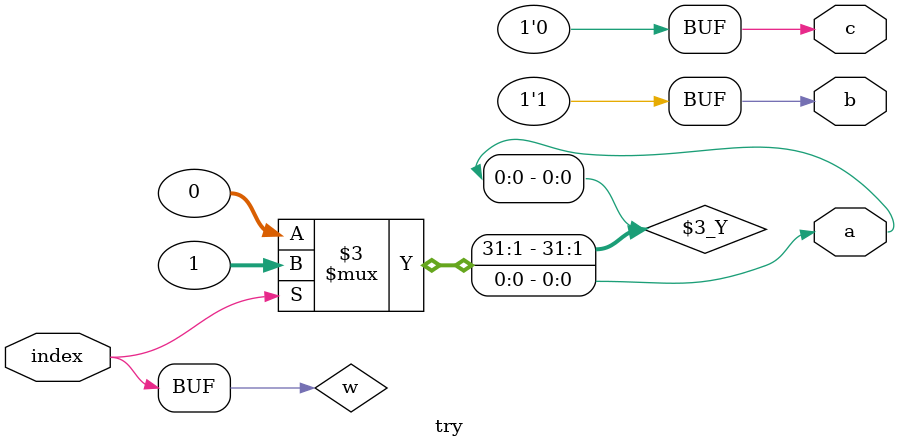
<source format=v>
`timescale 1ns / 1ps
module try(
    input index,
    output reg a,
    output reg b,
    output reg c
    );
	
	reg w;
	
	initial begin
		a = 1'b1;
		b = 1'b1;
		c = 0;
	end
	
	always @(*)begin
		w = index;
		a = (w == 1) ? 1:0;
	end

endmodule

</source>
